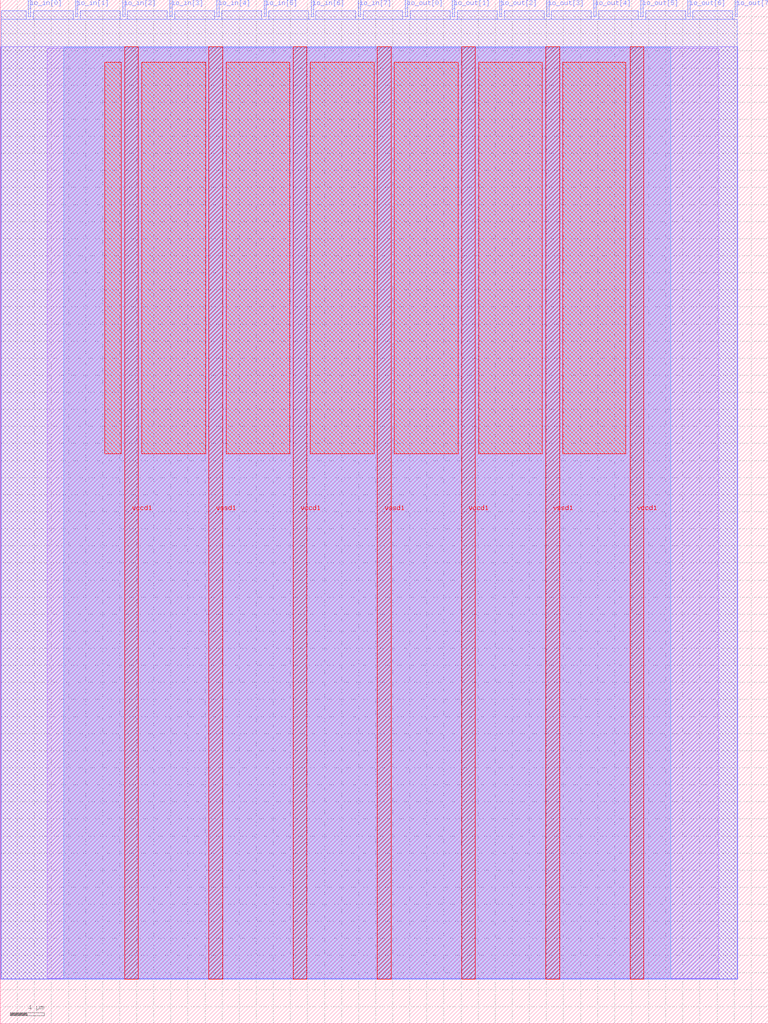
<source format=lef>
VERSION 5.7 ;
  NOWIREEXTENSIONATPIN ON ;
  DIVIDERCHAR "/" ;
  BUSBITCHARS "[]" ;
MACRO alu_top
  CLASS BLOCK ;
  FOREIGN alu_top ;
  ORIGIN 0.000 0.000 ;
  SIZE 90.000 BY 120.000 ;
  PIN io_in[0]
    DIRECTION INPUT ;
    USE SIGNAL ;
    PORT
      LAYER met2 ;
        RECT 3.310 118.000 3.590 120.000 ;
    END
  END io_in[0]
  PIN io_in[1]
    DIRECTION INPUT ;
    USE SIGNAL ;
    PORT
      LAYER met2 ;
        RECT 8.830 118.000 9.110 120.000 ;
    END
  END io_in[1]
  PIN io_in[2]
    DIRECTION INPUT ;
    USE SIGNAL ;
    PORT
      LAYER met2 ;
        RECT 14.350 118.000 14.630 120.000 ;
    END
  END io_in[2]
  PIN io_in[3]
    DIRECTION INPUT ;
    USE SIGNAL ;
    PORT
      LAYER met2 ;
        RECT 19.870 118.000 20.150 120.000 ;
    END
  END io_in[3]
  PIN io_in[4]
    DIRECTION INPUT ;
    USE SIGNAL ;
    PORT
      LAYER met2 ;
        RECT 25.390 118.000 25.670 120.000 ;
    END
  END io_in[4]
  PIN io_in[5]
    DIRECTION INPUT ;
    USE SIGNAL ;
    PORT
      LAYER met2 ;
        RECT 30.910 118.000 31.190 120.000 ;
    END
  END io_in[5]
  PIN io_in[6]
    DIRECTION INPUT ;
    USE SIGNAL ;
    PORT
      LAYER met2 ;
        RECT 36.430 118.000 36.710 120.000 ;
    END
  END io_in[6]
  PIN io_in[7]
    DIRECTION INPUT ;
    USE SIGNAL ;
    PORT
      LAYER met2 ;
        RECT 41.950 118.000 42.230 120.000 ;
    END
  END io_in[7]
  PIN io_out[0]
    DIRECTION OUTPUT TRISTATE ;
    USE SIGNAL ;
    PORT
      LAYER met2 ;
        RECT 47.470 118.000 47.750 120.000 ;
    END
  END io_out[0]
  PIN io_out[1]
    DIRECTION OUTPUT TRISTATE ;
    USE SIGNAL ;
    PORT
      LAYER met2 ;
        RECT 52.990 118.000 53.270 120.000 ;
    END
  END io_out[1]
  PIN io_out[2]
    DIRECTION OUTPUT TRISTATE ;
    USE SIGNAL ;
    PORT
      LAYER met2 ;
        RECT 58.510 118.000 58.790 120.000 ;
    END
  END io_out[2]
  PIN io_out[3]
    DIRECTION OUTPUT TRISTATE ;
    USE SIGNAL ;
    PORT
      LAYER met2 ;
        RECT 64.030 118.000 64.310 120.000 ;
    END
  END io_out[3]
  PIN io_out[4]
    DIRECTION OUTPUT TRISTATE ;
    USE SIGNAL ;
    PORT
      LAYER met2 ;
        RECT 69.550 118.000 69.830 120.000 ;
    END
  END io_out[4]
  PIN io_out[5]
    DIRECTION OUTPUT TRISTATE ;
    USE SIGNAL ;
    PORT
      LAYER met2 ;
        RECT 75.070 118.000 75.350 120.000 ;
    END
  END io_out[5]
  PIN io_out[6]
    DIRECTION OUTPUT TRISTATE ;
    USE SIGNAL ;
    PORT
      LAYER met2 ;
        RECT 80.590 118.000 80.870 120.000 ;
    END
  END io_out[6]
  PIN io_out[7]
    DIRECTION OUTPUT TRISTATE ;
    USE SIGNAL ;
    PORT
      LAYER met2 ;
        RECT 86.110 118.000 86.390 120.000 ;
    END
  END io_out[7]
  PIN vccd1
    DIRECTION INOUT ;
    USE POWER ;
    PORT
      LAYER met4 ;
        RECT 14.590 5.200 16.190 114.480 ;
    END
    PORT
      LAYER met4 ;
        RECT 34.330 5.200 35.930 114.480 ;
    END
    PORT
      LAYER met4 ;
        RECT 54.070 5.200 55.670 114.480 ;
    END
    PORT
      LAYER met4 ;
        RECT 73.810 5.200 75.410 114.480 ;
    END
  END vccd1
  PIN vssd1
    DIRECTION INOUT ;
    USE GROUND ;
    PORT
      LAYER met4 ;
        RECT 24.460 5.200 26.060 114.480 ;
    END
    PORT
      LAYER met4 ;
        RECT 44.200 5.200 45.800 114.480 ;
    END
    PORT
      LAYER met4 ;
        RECT 63.940 5.200 65.540 114.480 ;
    END
  END vssd1
  OBS
      LAYER li1 ;
        RECT 5.520 5.355 84.180 114.325 ;
      LAYER met1 ;
        RECT 0.070 5.200 86.410 114.480 ;
      LAYER met2 ;
        RECT 0.100 117.720 3.030 118.730 ;
        RECT 3.870 117.720 8.550 118.730 ;
        RECT 9.390 117.720 14.070 118.730 ;
        RECT 14.910 117.720 19.590 118.730 ;
        RECT 20.430 117.720 25.110 118.730 ;
        RECT 25.950 117.720 30.630 118.730 ;
        RECT 31.470 117.720 36.150 118.730 ;
        RECT 36.990 117.720 41.670 118.730 ;
        RECT 42.510 117.720 47.190 118.730 ;
        RECT 48.030 117.720 52.710 118.730 ;
        RECT 53.550 117.720 58.230 118.730 ;
        RECT 59.070 117.720 63.750 118.730 ;
        RECT 64.590 117.720 69.270 118.730 ;
        RECT 70.110 117.720 74.790 118.730 ;
        RECT 75.630 117.720 80.310 118.730 ;
        RECT 81.150 117.720 85.830 118.730 ;
        RECT 0.100 5.255 86.380 117.720 ;
      LAYER met3 ;
        RECT 7.425 5.275 78.595 114.405 ;
      LAYER met4 ;
        RECT 12.255 66.815 14.190 112.705 ;
        RECT 16.590 66.815 24.060 112.705 ;
        RECT 26.460 66.815 33.930 112.705 ;
        RECT 36.330 66.815 43.800 112.705 ;
        RECT 46.200 66.815 53.670 112.705 ;
        RECT 56.070 66.815 63.540 112.705 ;
        RECT 65.940 66.815 73.305 112.705 ;
  END
END alu_top
END LIBRARY


</source>
